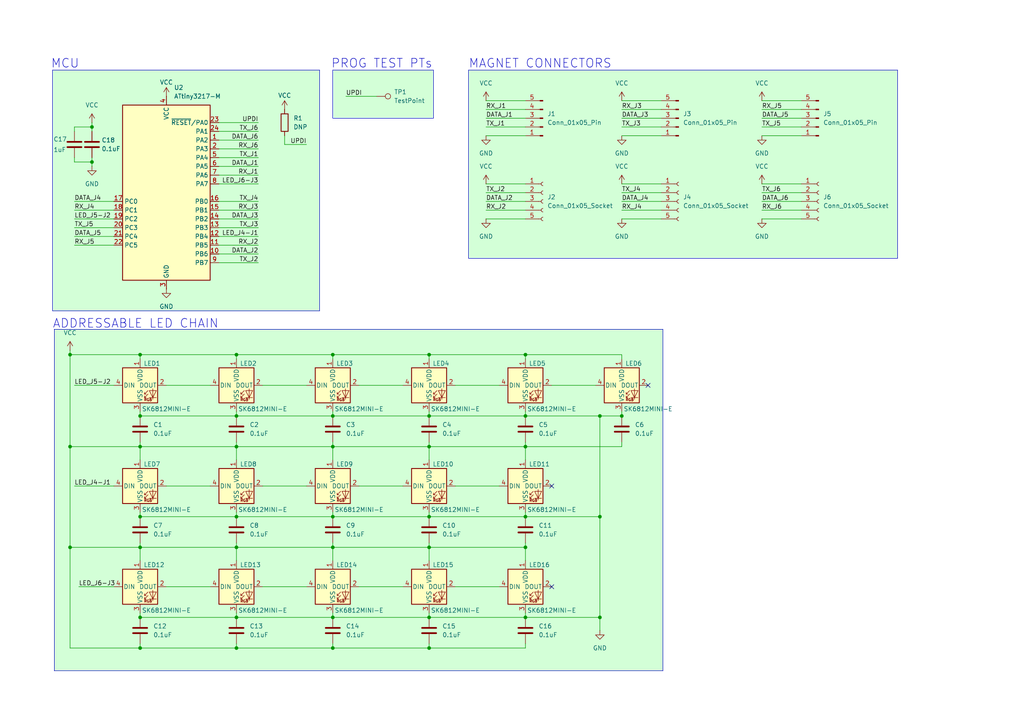
<source format=kicad_sch>
(kicad_sch (version 20231120) (generator "eeschema") (generator_version "8.0")
  (paper "A4")
  (title_block (title "PCB Tile Game") (rev "1.0"))
  (lib_symbols
    (symbol "Connector:Conn_01x05_Pin" (pin_names (offset 1.016) hide)
      (property "Reference" "J" (at 0 7.62 0))
      (property "Value" "Conn_01x05_Pin" (at 0 -7.62 0))
      (symbol "Conn_01x05_Pin_1_1"
        (polyline (pts (xy 1.27 -5.08) (xy 0.8636 -5.08)) (stroke (width 0.1524)))
        (polyline (pts (xy 1.27 -2.54) (xy 0.8636 -2.54)) (stroke (width 0.1524)))
        (polyline (pts (xy 1.27 0) (xy 0.8636 0)) (stroke (width 0.1524)))
        (polyline (pts (xy 1.27 2.54) (xy 0.8636 2.54)) (stroke (width 0.1524)))
        (polyline (pts (xy 1.27 5.08) (xy 0.8636 5.08)) (stroke (width 0.1524)))
        (rectangle (start 0.8636 -4.953) (end 0 -5.207) (stroke (width 0.1524)) (fill (type outline)))
        (rectangle (start 0.8636 -2.413) (end 0 -2.667) (stroke (width 0.1524)) (fill (type outline)))
        (rectangle (start 0.8636 0.127) (end 0 -0.127) (stroke (width 0.1524)) (fill (type outline)))
        (rectangle (start 0.8636 2.667) (end 0 2.413) (stroke (width 0.1524)) (fill (type outline)))
        (rectangle (start 0.8636 5.207) (end 0 4.953) (stroke (width 0.1524)) (fill (type outline)))
        (pin passive line (at 5.08 5.08 180) (length 3.81) (name "Pin_1") (number "1"))
        (pin passive line (at 5.08 2.54 180) (length 3.81) (name "Pin_2") (number "2"))
        (pin passive line (at 5.08 0 180) (length 3.81) (name "Pin_3") (number "3"))
        (pin passive line (at 5.08 -2.54 180) (length 3.81) (name "Pin_4") (number "4"))
        (pin passive line (at 5.08 -5.08 180) (length 3.81) (name "Pin_5") (number "5"))
      )
    )
    (symbol "Connector:Conn_01x05_Socket" (pin_names (offset 1.016) hide)
      (property "Reference" "J" (at 0 7.62 0))
      (property "Value" "Conn_01x05_Socket" (at 0 -7.62 0))
      (symbol "Conn_01x05_Socket_1_1"
        (arc (start 0 -4.572) (mid -0.5058 -5.08) (end 0 -5.588) (stroke (width 0.1524)))
        (arc (start 0 -2.032) (mid -0.5058 -2.54) (end 0 -3.048) (stroke (width 0.1524)))
        (polyline (pts (xy -1.27 -5.08) (xy -0.508 -5.08)) (stroke (width 0.1524)))
        (polyline (pts (xy -1.27 -2.54) (xy -0.508 -2.54)) (stroke (width 0.1524)))
        (polyline (pts (xy -1.27 0) (xy -0.508 0)) (stroke (width 0.1524)))
        (polyline (pts (xy -1.27 2.54) (xy -0.508 2.54)) (stroke (width 0.1524)))
        (polyline (pts (xy -1.27 5.08) (xy -0.508 5.08)) (stroke (width 0.1524)))
        (arc (start 0 0.508) (mid -0.5058 0) (end 0 -0.508) (stroke (width 0.1524)))
        (arc (start 0 3.048) (mid -0.5058 2.54) (end 0 2.032) (stroke (width 0.1524)))
        (arc (start 0 5.588) (mid -0.5058 5.08) (end 0 4.572) (stroke (width 0.1524)))
        (pin passive line (at -5.08 5.08 0) (length 3.81) (name "Pin_1") (number "1"))
        (pin passive line (at -5.08 2.54 0) (length 3.81) (name "Pin_2") (number "2"))
        (pin passive line (at -5.08 0 0) (length 3.81) (name "Pin_3") (number "3"))
        (pin passive line (at -5.08 -2.54 0) (length 3.81) (name "Pin_4") (number "4"))
        (pin passive line (at -5.08 -5.08 0) (length 3.81) (name "Pin_5") (number "5"))
      )
    )
    (symbol "Connector:TestPoint" (pin_numbers hide) (pin_names (offset 0.762) hide)
      (property "Reference" "TP" (at 0 6.858 0))
      (property "Value" "TestPoint" (at 0 5.08 0))
      (symbol "TestPoint_0_1"
        (circle (center 0 3.302) (radius 0.762))
      )
      (symbol "TestPoint_1_1"
        (pin passive line (at 0 0 90) (length 2.54) (name "1") (number "1"))
      )
    )
    (symbol "Device:C" (pin_numbers hide) (pin_names (offset 0.254))
      (property "Reference" "C" (at 0.635 2.54 0))
      (property "Value" "C" (at 0.635 -2.54 0))
      (symbol "C_0_1"
        (polyline (pts (xy -2.032 -0.762) (xy 2.032 -0.762)) (stroke (width 0.508)))
        (polyline (pts (xy -2.032 0.762) (xy 2.032 0.762)) (stroke (width 0.508)))
      )
      (symbol "C_1_1"
        (pin passive line (at 0 3.81 270) (length 2.794) (name "~") (number "1"))
        (pin passive line (at 0 -3.81 90) (length 2.794) (name "~") (number "2"))
      )
    )
    (symbol "Device:R" (pin_numbers hide) (pin_names (offset 0))
      (property "Reference" "R" (at 2.032 0 90))
      (property "Value" "R" (at 0 0 90))
      (symbol "R_0_1"
        (rectangle (start -1.016 -2.54) (end 1.016 2.54) (stroke (width 0.254)))
      )
      (symbol "R_1_1"
        (pin passive line (at 0 3.81 270) (length 1.27) (name "~") (number "1"))
        (pin passive line (at 0 -3.81 90) (length 1.27) (name "~") (number "2"))
      )
    )
    (symbol "MCU_Microchip_ATtiny:ATtiny3217-M"
      (property "Reference" "U" (at -12.7 26.67 0))
      (property "Value" "ATtiny3217-M" (at 2.54 -26.67 0))
      (symbol "ATtiny3217-M_0_1"
        (rectangle (start -12.7 -25.4) (end 12.7 25.4) (stroke (width 0.254)) (fill (type background)))
      )
      (symbol "ATtiny3217-M_1_1"
        (pin bidirectional line (at 15.24 15.24 180) (length 2.54) (name "PA2") (number "1"))
        (pin bidirectional line (at 15.24 -17.78 180) (length 2.54) (name "PB6") (number "10"))
        (pin bidirectional line (at 15.24 -15.24 180) (length 2.54) (name "PB5") (number "11"))
        (pin bidirectional line (at 15.24 -12.7 180) (length 2.54) (name "PB4") (number "12"))
        (pin bidirectional line (at 15.24 -10.16 180) (length 2.54) (name "PB3") (number "13"))
        (pin bidirectional line (at 15.24 -7.62 180) (length 2.54) (name "PB2") (number "14"))
        (pin bidirectional line (at 15.24 -5.08 180) (length 2.54) (name "PB1") (number "15"))
        (pin bidirectional line (at 15.24 -2.54 180) (length 2.54) (name "PB0") (number "16"))
        (pin bidirectional line (at -15.24 -2.54 0) (length 2.54) (name "PC0") (number "17"))
        (pin bidirectional line (at -15.24 -5.08 0) (length 2.54) (name "PC1") (number "18"))
        (pin bidirectional line (at -15.24 -7.62 0) (length 2.54) (name "PC2") (number "19"))
        (pin bidirectional line (at 15.24 12.7 180) (length 2.54) (name "PA3") (number "2"))
        (pin bidirectional line (at -15.24 -10.16 0) (length 2.54) (name "PC3") (number "20"))
        (pin bidirectional line (at -15.24 -12.7 0) (length 2.54) (name "PC4") (number "21"))
        (pin bidirectional line (at -15.24 -15.24 0) (length 2.54) (name "PC5") (number "22"))
        (pin bidirectional line (at 15.24 20.32 180) (length 2.54) (name "~{RESET}/PA0") (number "23"))
        (pin bidirectional line (at 15.24 17.78 180) (length 2.54) (name "PA1") (number "24"))
        (pin passive line (at 0 -27.94 90) (length 2.54) hide (name "GND") (number "25"))
        (pin power_in line (at 0 -27.94 90) (length 2.54) (name "GND") (number "3"))
        (pin power_in line (at 0 27.94 270) (length 2.54) (name "VCC") (number "4"))
        (pin bidirectional line (at 15.24 10.16 180) (length 2.54) (name "PA4") (number "5"))
        (pin bidirectional line (at 15.24 7.62 180) (length 2.54) (name "PA5") (number "6"))
        (pin bidirectional line (at 15.24 5.08 180) (length 2.54) (name "PA6") (number "7"))
        (pin bidirectional line (at 15.24 2.54 180) (length 2.54) (name "PA7") (number "8"))
        (pin bidirectional line (at 15.24 -20.32 180) (length 2.54) (name "PB7") (number "9"))
      )
    )
    (symbol "gupboard40-rescue:SK6812MINI-E-kicad-keyboard-parts" (pin_names (offset 0.254))
      (property "Reference" "D" (at 5.08 5.715 0))
      (property "Value" "kicad-keyboard-parts_SK6812MINI-E" (at 1.27 -5.715 0))
      (symbol "SK6812MINI-E-kicad-keyboard-parts_0_0"
        (text "RGB" (at 2.286 -4.191 0) (effects (font (size 0.762 0.762))))
      )
      (symbol "SK6812MINI-E-kicad-keyboard-parts_0_1"
        (polyline (pts (xy 1.27 -3.556) (xy 1.778 -3.556)))
        (polyline (pts (xy 1.27 -2.54) (xy 1.778 -2.54)))
        (polyline (pts (xy 4.699 -3.556) (xy 2.667 -3.556)))
        (polyline (pts (xy 2.286 -2.54) (xy 1.27 -3.556) (xy 1.27 -3.048)))
        (polyline (pts (xy 2.286 -1.524) (xy 1.27 -2.54) (xy 1.27 -2.032)))
        (polyline (pts (xy 3.683 -1.016) (xy 3.683 -3.556) (xy 3.683 -4.064)))
        (polyline (pts (xy 4.699 -1.524) (xy 2.667 -1.524) (xy 3.683 -3.556) (xy 4.699 -1.524)))
        (rectangle (start 5.08 5.08) (end -5.08 -5.08) (stroke (width 0.254)) (fill (type background)))
      )
      (symbol "SK6812MINI-E-kicad-keyboard-parts_1_1"
        (pin power_in line (at 0 7.62 270) (length 2.54) (name "VDD") (number "1"))
        (pin output line (at 7.62 0 180) (length 2.54) (name "DOUT") (number "2"))
        (pin power_in line (at 0 -7.62 90) (length 2.54) (name "VSS") (number "3"))
        (pin input line (at -7.62 0 0) (length 2.54) (name "DIN") (number "4"))
      )
    )
    (symbol "power:GND" (power) (pin_numbers hide) (pin_names (offset 0) hide)
      (property "Value" "GND" (at 0 -3.81 0))
      (symbol "GND_0_1"
        (polyline (pts (xy 0 0) (xy 0 -1.27) (xy 1.27 -1.27) (xy 0 -2.54) (xy -1.27 -1.27) (xy 0 -1.27)))
      )
      (symbol "GND_1_1"
        (pin power_in line (at 0 0 270) (length 0) (name "~") (number "1"))
      )
    )
    (symbol "power:VCC" (power) (pin_numbers hide) (pin_names (offset 0) hide)
      (property "Value" "VCC" (at 0 3.556 0))
      (symbol "VCC_0_1"
        (polyline (pts (xy -0.762 1.27) (xy 0 2.54)))
        (polyline (pts (xy 0 0) (xy 0 2.54)))
        (polyline (pts (xy 0 2.54) (xy 0.762 1.27)))
      )
      (symbol "VCC_1_1"
        (pin power_in line (at 0 0 90) (length 0) (name "~") (number "1"))
      )
    )
  )
  (junction (at 124.46 102.87))
  (junction (at 40.64 102.87))
  (junction (at 152.4 102.87))
  (junction (at 152.4 120.65))
  (junction (at 26.67 46.99))
  (junction (at 68.58 129.54))
  (junction (at 124.46 158.75))
  (junction (at 40.64 187.96))
  (junction (at 152.4 179.07))
  (junction (at 96.52 158.75))
  (junction (at 68.58 179.07))
  (junction (at 96.52 187.96))
  (junction (at 152.4 158.75))
  (junction (at 124.46 149.86))
  (junction (at 68.58 149.86))
  (junction (at 124.46 129.54))
  (junction (at 68.58 102.87))
  (junction (at 96.52 102.87))
  (junction (at 20.32 129.54))
  (junction (at 40.64 129.54))
  (junction (at 96.52 149.86))
  (junction (at 124.46 179.07))
  (junction (at 40.64 120.65))
  (junction (at 124.46 120.65))
  (junction (at 68.58 158.75))
  (junction (at 20.32 102.87))
  (junction (at 96.52 120.65))
  (junction (at 40.64 149.86))
  (junction (at 96.52 129.54))
  (junction (at 40.64 158.75))
  (junction (at 180.34 120.65))
  (junction (at 152.4 149.86))
  (junction (at 26.67 36.83))
  (junction (at 40.64 179.07))
  (junction (at 20.32 158.75))
  (junction (at 68.58 120.65))
  (junction (at 173.99 120.65))
  (junction (at 173.99 179.07))
  (junction (at 96.52 179.07))
  (junction (at 124.46 187.96))
  (junction (at 173.99 149.86))
  (junction (at 152.4 129.54))
  (junction (at 68.58 187.96))
  (no_connect (at 187.96 111.76))
  (no_connect (at 160.02 170.18))
  (no_connect (at 160.02 140.97))
  (wire (pts (xy 96.52 158.75) (xy 96.52 162.56)))
  (wire (pts (xy 40.64 129.54) (xy 68.58 129.54)))
  (wire (pts (xy 40.64 102.87) (xy 68.58 102.87)))
  (wire (pts (xy 180.34 34.29) (xy 191.77 34.29)))
  (wire (pts (xy 26.67 48.26) (xy 26.67 46.99)))
  (wire (pts (xy 68.58 119.38) (xy 68.58 120.65)))
  (wire (pts (xy 63.5 63.5) (xy 74.93 63.5)))
  (wire (pts (xy 63.5 40.64) (xy 74.93 40.64)))
  (wire (pts (xy 152.4 187.96) (xy 152.4 186.69)))
  (wire (pts (xy 124.46 177.8) (xy 124.46 179.07)))
  (wire (pts (xy 140.97 36.83) (xy 152.4 36.83)))
  (wire (pts (xy 40.64 157.48) (xy 40.64 158.75)))
  (wire (pts (xy 124.46 119.38) (xy 124.46 120.65)))
  (wire (pts (xy 180.34 102.87) (xy 180.34 104.14)))
  (wire (pts (xy 40.64 187.96) (xy 68.58 187.96)))
  (wire (pts (xy 21.59 66.04) (xy 33.02 66.04)))
  (wire (pts (xy 48.26 140.97) (xy 60.96 140.97)))
  (wire (pts (xy 124.46 102.87) (xy 152.4 102.87)))
  (wire (pts (xy 40.64 120.65) (xy 68.58 120.65)))
  (wire (pts (xy 96.52 177.8) (xy 96.52 179.07)))
  (wire (pts (xy 20.32 102.87) (xy 40.64 102.87)))
  (wire (pts (xy 63.5 53.34) (xy 74.93 53.34)))
  (wire (pts (xy 21.59 63.5) (xy 33.02 63.5)))
  (wire (pts (xy 124.46 128.27) (xy 124.46 129.54)))
  (wire (pts (xy 124.46 179.07) (xy 152.4 179.07)))
  (wire (pts (xy 20.32 158.75) (xy 20.32 129.54)))
  (wire (pts (xy 63.5 58.42) (xy 74.93 58.42)))
  (wire (pts (xy 68.58 129.54) (xy 96.52 129.54)))
  (wire (pts (xy 40.64 120.65) (xy 40.64 119.38)))
  (wire (pts (xy 63.5 43.18) (xy 74.93 43.18)))
  (wire (pts (xy 63.5 60.96) (xy 74.93 60.96)))
  (wire (pts (xy 21.59 36.83) (xy 21.59 38.1)))
  (wire (pts (xy 96.52 129.54) (xy 124.46 129.54)))
  (wire (pts (xy 140.97 53.34) (xy 152.4 53.34)))
  (wire (pts (xy 68.58 148.59) (xy 68.58 149.86)))
  (wire (pts (xy 63.5 48.26) (xy 74.93 48.26)))
  (wire (pts (xy 40.64 129.54) (xy 40.64 133.35)))
  (wire (pts (xy 180.34 129.54) (xy 180.34 128.27)))
  (wire (pts (xy 63.5 45.72) (xy 74.93 45.72)))
  (wire (pts (xy 40.64 179.07) (xy 68.58 179.07)))
  (wire (pts (xy 173.99 149.86) (xy 173.99 179.07)))
  (wire (pts (xy 20.32 187.96) (xy 40.64 187.96)))
  (wire (pts (xy 124.46 187.96) (xy 124.46 186.69)))
  (wire (pts (xy 152.4 120.65) (xy 173.99 120.65)))
  (wire (pts (xy 152.4 129.54) (xy 180.34 129.54)))
  (wire (pts (xy 63.5 73.66) (xy 74.93 73.66)))
  (wire (pts (xy 21.59 60.96) (xy 33.02 60.96)))
  (wire (pts (xy 96.52 120.65) (xy 124.46 120.65)))
  (wire (pts (xy 96.52 179.07) (xy 124.46 179.07)))
  (wire (pts (xy 40.64 158.75) (xy 68.58 158.75)))
  (wire (pts (xy 152.4 148.59) (xy 152.4 149.86)))
  (wire (pts (xy 220.98 34.29) (xy 232.41 34.29)))
  (wire (pts (xy 140.97 31.75) (xy 152.4 31.75)))
  (wire (pts (xy 140.97 55.88) (xy 152.4 55.88)))
  (wire (pts (xy 124.46 187.96) (xy 152.4 187.96)))
  (wire (pts (xy 124.46 129.54) (xy 124.46 133.35)))
  (wire (pts (xy 180.34 36.83) (xy 191.77 36.83)))
  (wire (pts (xy 21.59 71.12) (xy 33.02 71.12)))
  (wire (pts (xy 21.59 36.83) (xy 26.67 36.83)))
  (wire (pts (xy 96.52 102.87) (xy 96.52 104.14)))
  (wire (pts (xy 104.14 140.97) (xy 116.84 140.97)))
  (wire (pts (xy 160.02 111.76) (xy 172.72 111.76)))
  (wire (pts (xy 26.67 46.99) (xy 21.59 46.99)))
  (wire (pts (xy 100.33 27.94) (xy 109.22 27.94)))
  (wire (pts (xy 124.46 120.65) (xy 152.4 120.65)))
  (wire (pts (xy 68.58 179.07) (xy 96.52 179.07)))
  (wire (pts (xy 124.46 129.54) (xy 152.4 129.54)))
  (wire (pts (xy 40.64 129.54) (xy 20.32 129.54)))
  (wire (pts (xy 26.67 46.99) (xy 26.67 45.72)))
  (wire (pts (xy 63.5 76.2) (xy 74.93 76.2)))
  (wire (pts (xy 220.98 31.75) (xy 232.41 31.75)))
  (wire (pts (xy 68.58 102.87) (xy 68.58 104.14)))
  (wire (pts (xy 68.58 102.87) (xy 96.52 102.87)))
  (wire (pts (xy 152.4 179.07) (xy 173.99 179.07)))
  (wire (pts (xy 48.26 170.18) (xy 60.96 170.18)))
  (wire (pts (xy 124.46 102.87) (xy 124.46 104.14)))
  (wire (pts (xy 21.59 111.76) (xy 33.02 111.76)))
  (wire (pts (xy 220.98 29.21) (xy 232.41 29.21)))
  (wire (pts (xy 104.14 111.76) (xy 116.84 111.76)))
  (wire (pts (xy 21.59 68.58) (xy 33.02 68.58)))
  (wire (pts (xy 40.64 158.75) (xy 40.64 162.56)))
  (wire (pts (xy 68.58 120.65) (xy 96.52 120.65)))
  (wire (pts (xy 22.86 170.18) (xy 33.02 170.18)))
  (wire (pts (xy 96.52 158.75) (xy 96.52 157.48)))
  (wire (pts (xy 68.58 158.75) (xy 68.58 157.48)))
  (wire (pts (xy 124.46 158.75) (xy 124.46 157.48)))
  (wire (pts (xy 96.52 158.75) (xy 124.46 158.75)))
  (wire (pts (xy 76.2 111.76) (xy 88.9 111.76)))
  (wire (pts (xy 140.97 39.37) (xy 152.4 39.37)))
  (wire (pts (xy 76.2 140.97) (xy 88.9 140.97)))
  (wire (pts (xy 140.97 58.42) (xy 152.4 58.42)))
  (wire (pts (xy 21.59 58.42) (xy 33.02 58.42)))
  (wire (pts (xy 68.58 187.96) (xy 96.52 187.96)))
  (wire (pts (xy 180.34 119.38) (xy 180.34 120.65)))
  (wire (pts (xy 40.64 148.59) (xy 40.64 149.86)))
  (wire (pts (xy 124.46 148.59) (xy 124.46 149.86)))
  (wire (pts (xy 20.32 102.87) (xy 20.32 129.54)))
  (wire (pts (xy 180.34 60.96) (xy 191.77 60.96)))
  (wire (pts (xy 180.34 63.5) (xy 191.77 63.5)))
  (wire (pts (xy 152.4 177.8) (xy 152.4 179.07)))
  (wire (pts (xy 173.99 120.65) (xy 180.34 120.65)))
  (wire (pts (xy 152.4 158.75) (xy 152.4 162.56)))
  (wire (pts (xy 68.58 158.75) (xy 96.52 158.75)))
  (wire (pts (xy 140.97 60.96) (xy 152.4 60.96)))
  (wire (pts (xy 96.52 129.54) (xy 96.52 133.35)))
  (wire (pts (xy 180.34 39.37) (xy 191.77 39.37)))
  (wire (pts (xy 20.32 102.87) (xy 20.32 101.6)))
  (wire (pts (xy 96.52 128.27) (xy 96.52 129.54)))
  (wire (pts (xy 40.64 187.96) (xy 40.64 186.69)))
  (wire (pts (xy 220.98 63.5) (xy 232.41 63.5)))
  (wire (pts (xy 180.34 53.34) (xy 191.77 53.34)))
  (wire (pts (xy 40.64 158.75) (xy 20.32 158.75)))
  (wire (pts (xy 63.5 68.58) (xy 74.93 68.58)))
  (wire (pts (xy 152.4 149.86) (xy 173.99 149.86)))
  (wire (pts (xy 48.26 111.76) (xy 60.96 111.76)))
  (wire (pts (xy 40.64 149.86) (xy 68.58 149.86)))
  (wire (pts (xy 124.46 158.75) (xy 152.4 158.75)))
  (wire (pts (xy 140.97 34.29) (xy 152.4 34.29)))
  (wire (pts (xy 63.5 71.12) (xy 74.93 71.12)))
  (wire (pts (xy 152.4 158.75) (xy 152.4 157.48)))
  (wire (pts (xy 40.64 128.27) (xy 40.64 129.54)))
  (wire (pts (xy 96.52 149.86) (xy 124.46 149.86)))
  (wire (pts (xy 68.58 128.27) (xy 68.58 129.54)))
  (wire (pts (xy 220.98 36.83) (xy 232.41 36.83)))
  (wire (pts (xy 220.98 53.34) (xy 232.41 53.34)))
  (wire (pts (xy 180.34 31.75) (xy 191.77 31.75)))
  (wire (pts (xy 220.98 60.96) (xy 232.41 60.96)))
  (wire (pts (xy 124.46 149.86) (xy 152.4 149.86)))
  (wire (pts (xy 68.58 158.75) (xy 68.58 162.56)))
  (wire (pts (xy 220.98 39.37) (xy 232.41 39.37)))
  (wire (pts (xy 40.64 177.8) (xy 40.64 179.07)))
  (wire (pts (xy 68.58 129.54) (xy 68.58 133.35)))
  (wire (pts (xy 104.14 170.18) (xy 116.84 170.18)))
  (wire (pts (xy 68.58 177.8) (xy 68.58 179.07)))
  (wire (pts (xy 220.98 58.42) (xy 232.41 58.42)))
  (wire (pts (xy 63.5 35.56) (xy 74.93 35.56)))
  (wire (pts (xy 20.32 158.75) (xy 20.32 187.96)))
  (wire (pts (xy 96.52 102.87) (xy 124.46 102.87)))
  (wire (pts (xy 63.5 66.04) (xy 74.93 66.04)))
  (wire (pts (xy 76.2 170.18) (xy 88.9 170.18)))
  (wire (pts (xy 152.4 129.54) (xy 152.4 133.35)))
  (wire (pts (xy 152.4 119.38) (xy 152.4 120.65)))
  (wire (pts (xy 40.64 102.87) (xy 40.64 104.14)))
  (wire (pts (xy 124.46 162.56) (xy 124.46 158.75)))
  (wire (pts (xy 152.4 128.27) (xy 152.4 129.54)))
  (wire (pts (xy 26.67 35.56) (xy 26.67 36.83)))
  (wire (pts (xy 96.52 148.59) (xy 96.52 149.86)))
  (wire (pts (xy 96.52 119.38) (xy 96.52 120.65)))
  (wire (pts (xy 180.34 55.88) (xy 191.77 55.88)))
  (wire (pts (xy 63.5 50.8) (xy 74.93 50.8)))
  (wire (pts (xy 173.99 149.86) (xy 173.99 120.65)))
  (wire (pts (xy 180.34 58.42) (xy 191.77 58.42)))
  (wire (pts (xy 74.93 38.1) (xy 63.5 38.1)))
  (wire (pts (xy 68.58 149.86) (xy 96.52 149.86)))
  (wire (pts (xy 21.59 140.97) (xy 33.02 140.97)))
  (wire (pts (xy 96.52 187.96) (xy 124.46 187.96)))
  (wire (pts (xy 82.55 41.91) (xy 82.55 39.37)))
  (wire (pts (xy 132.08 170.18) (xy 144.78 170.18)))
  (wire (pts (xy 220.98 55.88) (xy 232.41 55.88)))
  (wire (pts (xy 88.9 41.91) (xy 82.55 41.91)))
  (wire (pts (xy 180.34 29.21) (xy 191.77 29.21)))
  (wire (pts (xy 152.4 102.87) (xy 180.34 102.87)))
  (wire (pts (xy 21.59 46.99) (xy 21.59 45.72)))
  (wire (pts (xy 26.67 36.83) (xy 26.67 38.1)))
  (wire (pts (xy 132.08 111.76) (xy 144.78 111.76)))
  (wire (pts (xy 132.08 140.97) (xy 144.78 140.97)))
  (wire (pts (xy 68.58 187.96) (xy 68.58 186.69)))
  (wire (pts (xy 173.99 179.07) (xy 173.99 182.88)))
  (wire (pts (xy 140.97 63.5) (xy 152.4 63.5)))
  (wire (pts (xy 152.4 102.87) (xy 152.4 104.14)))
  (wire (pts (xy 96.52 187.96) (xy 96.52 186.69)))
  (wire (pts (xy 140.97 29.21) (xy 152.4 29.21)))
  (rectangle (start 15.748 95.504) (end 192.278 194.564) (fill (type color) (color 211 255 215 1)))
  (rectangle (start 15.24 20.32) (end 92.71 90.17) (fill (type color) (color 211 255 215 1)))
  (rectangle (start 135.89 20.32) (end 260.35 74.93) (fill (type color) (color 211 255 215 1)))
  (rectangle (start 96.52 20.32) (end 125.73 34.29) (fill (type color) (color 211 255 215 1)))
  (text "PROG TEST PTs" (at 96.012 18.542 0) (effects (font (size 2.54 2.54)) (justify left)))
  (text "MCU" (at 14.732 18.542 0) (effects (font (size 2.54 2.54)) (justify left)))
  (text "ADDRESSABLE LED CHAIN" (at 15.24 93.98 0) (effects (font (size 2.54 2.54)) (justify left)))
  (text "MAGNET CONNECTORS" (at 135.89 18.542 0) (effects (font (size 2.54 2.54)) (justify left)))
  (label "RX_J1" (at 140.97 31.75 0))
  (label "TX_J5" (at 21.59 66.04 0))
  (label "RX_J3" (at 74.93 60.96 180))
  (label "DATA_J4" (at 21.59 58.42 0))
  (label "TX_J1" (at 74.93 45.72 180))
  (label "UPDI" (at 74.93 35.56 180))
  (label "RX_J6" (at 74.93 43.18 180))
  (label "DATA_J5" (at 220.98 34.29 0))
  (label "LED_J4-J1" (at 21.59 140.97 0))
  (label "TX_J6" (at 74.93 38.1 180))
  (label "DATA_J5" (at 21.59 68.58 0))
  (label "RX_J6" (at 220.98 60.96 0))
  (label "RX_J5" (at 21.59 71.12 0))
  (label "DATA_J1" (at 74.93 48.26 180))
  (label "LED_J6-J3" (at 74.93 53.34 180))
  (label "DATA_J2" (at 74.93 73.66 180))
  (label "UPDI" (at 88.9 41.91 180))
  (label "DATA_J3" (at 180.34 34.29 0))
  (label "DATA_J4" (at 180.34 58.42 0))
  (label "RX_J4" (at 21.59 60.96 0))
  (label "DATA_J1" (at 140.97 34.29 0))
  (label "RX_J2" (at 140.97 60.96 0))
  (label "LED_J6-J3" (at 22.86 170.18 0))
  (label "DATA_J2" (at 140.97 58.42 0))
  (label "LED_J5-J2" (at 21.59 63.5 0))
  (label "RX_J4" (at 180.34 60.96 0))
  (label "DATA_J6" (at 220.98 58.42 0))
  (label "RX_J2" (at 74.93 71.12 180))
  (label "LED_J5-J2" (at 21.59 111.76 0))
  (label "TX_J1" (at 140.97 36.83 0))
  (label "TX_J4" (at 180.34 55.88 0))
  (label "TX_J3" (at 180.34 36.83 0))
  (label "RX_J3" (at 180.34 31.75 0))
  (label "TX_J2" (at 140.97 55.88 0))
  (label "RX_J1" (at 74.93 50.8 180))
  (label "LED_J4-J1" (at 74.93 68.58 180))
  (label "TX_J2" (at 74.93 76.2 180))
  (label "TX_J6" (at 220.98 55.88 0))
  (label "TX_J3" (at 74.93 66.04 180))
  (label "UPDI" (at 100.33 27.94 0))
  (label "DATA_J3" (at 74.93 63.5 180))
  (label "TX_J5" (at 220.98 36.83 0))
  (label "TX_J4" (at 74.93 58.42 180))
  (label "RX_J5" (at 220.98 31.75 0))
  (label "DATA_J6" (at 74.93 40.64 180))
  (symbol (lib_id "Connector:TestPoint") (at 109.22 27.94 270) (unit 1)
    (property "Reference" "TP1" (at 114.3 26.6699 90) (effects (justify left)))
    (property "Value" "TestPoint" (at 114.3 29.2099 90) (effects (justify left)))
    (property "Footprint" "TestPoint:TestPoint_Pad_2.0x2.0mm" (effects (hide yes)))
    (property "Description" "test point" (effects (hide yes)))
  )
  (symbol (lib_id "power:GND") (at 140.97 63.5 0) (unit 1)
    (property "Reference" "#PWR04" (effects (hide yes)))
    (property "Value" "GND" (at 140.97 68.58 0))
    (property "Description" "Power symbol creates a global label with name \"GND\" , ground" (effects (hide yes)))
  )
  (symbol (lib_id "power:VCC") (at 26.67 35.56 0) (unit 1)
    (property "Reference" "#PWR015" (effects (hide yes)))
    (property "Value" "VCC" (at 26.67 30.48 0))
    (property "Description" "Power symbol creates a global label with name \"VCC\"" (effects (hide yes)))
  )
  (symbol (lib_id "power:GND") (at 140.97 39.37 0) (unit 1)
    (property "Reference" "#PWR02" (effects (hide yes)))
    (property "Value" "GND" (at 140.97 44.45 0))
    (property "Description" "Power symbol creates a global label with name \"GND\" , ground" (effects (hide yes)))
  )
  (symbol (lib_id "gupboard40-rescue:SK6812MINI-E-kicad-keyboard-parts") (at 68.58 140.97 0) (unit 1)
    (property "Reference" "LED8" (at 69.596 134.62 0) (effects (justify left)))
    (property "Value" "SK6812MINI-E" (at 69.088 147.828 0) (effects (justify left)))
    (property "Footprint" "kicad-keyboard-parts:SK6812MINI-E" (effects (hide yes)))
    (property "Datasheet" "https://cdn-shop.adafruit.com/product-files/2686/SK6812MINI_REV.01-1-2.pdf" (effects (hide yes)))
    (property "DigiKey Part Number" "1528-4960-ND" (effects (hide yes)))
  )
  (symbol (lib_id "power:VCC") (at 220.98 29.21 0) (unit 1)
    (property "Reference" "#PWR09" (effects (hide yes)))
    (property "Value" "VCC" (at 220.98 24.13 0))
    (property "Description" "Power symbol creates a global label with name \"VCC\"" (effects (hide yes)))
  )
  (symbol (lib_id "Device:C") (at 40.64 124.46 0) (unit 1)
    (property "Reference" "C1" (at 44.45 123.1899 0) (effects (justify left)))
    (property "Value" "0.1uF" (at 44.45 125.7299 0) (effects (justify left)))
    (property "Footprint" "Capacitor_SMD:C_0603_1608Metric_Pad1.08x0.95mm_HandSolder" (effects (hide yes)))
    (property "Description" "Unpolarized capacitor" (effects (hide yes)))
  )
  (symbol (lib_id "power:VCC") (at 180.34 29.21 0) (unit 1)
    (property "Reference" "#PWR05" (effects (hide yes)))
    (property "Value" "VCC" (at 180.34 24.13 0))
    (property "Description" "Power symbol creates a global label with name \"VCC\"" (effects (hide yes)))
  )
  (symbol (lib_id "Device:C") (at 152.4 153.67 0) (unit 1)
    (property "Reference" "C11" (at 156.21 152.3999 0) (effects (justify left)))
    (property "Value" "0.1uF" (at 156.21 154.9399 0) (effects (justify left)))
    (property "Footprint" "Capacitor_SMD:C_0603_1608Metric_Pad1.08x0.95mm_HandSolder" (effects (hide yes)))
    (property "Description" "Unpolarized capacitor" (effects (hide yes)))
  )
  (symbol (lib_id "power:GND") (at 180.34 63.5 0) (unit 1)
    (property "Reference" "#PWR08" (effects (hide yes)))
    (property "Value" "GND" (at 180.34 68.58 0))
    (property "Description" "Power symbol creates a global label with name \"GND\" , ground" (effects (hide yes)))
  )
  (symbol (lib_id "Device:C") (at 68.58 153.67 0) (unit 1)
    (property "Reference" "C8" (at 72.39 152.3999 0) (effects (justify left)))
    (property "Value" "0.1uF" (at 72.39 154.9399 0) (effects (justify left)))
    (property "Footprint" "Capacitor_SMD:C_0603_1608Metric_Pad1.08x0.95mm_HandSolder" (effects (hide yes)))
    (property "Description" "Unpolarized capacitor" (effects (hide yes)))
  )
  (symbol (lib_id "Connector:Conn_01x05_Socket") (at 157.48 58.42 0) (unit 1)
    (property "Reference" "J2" (at 158.75 57.1499 0) (effects (justify left)))
    (property "Value" "Conn_01x05_Socket" (at 158.75 59.6899 0) (effects (justify left)))
    (property "Footprint" "ProjectLibrary:PinSocket_1x05_P2.54mm_Vertical" (effects (hide yes)))
    (property "Description" "Generic connector, single row, 01x05, script generated" (effects (hide yes)))
  )
  (symbol (lib_id "gupboard40-rescue:SK6812MINI-E-kicad-keyboard-parts") (at 96.52 111.76 0) (unit 1)
    (property "Reference" "LED3" (at 97.536 105.41 0) (effects (justify left)))
    (property "Value" "SK6812MINI-E" (at 97.028 118.618 0) (effects (justify left)))
    (property "Footprint" "kicad-keyboard-parts:SK6812MINI-E" (effects (hide yes)))
    (property "Datasheet" "https://cdn-shop.adafruit.com/product-files/2686/SK6812MINI_REV.01-1-2.pdf" (effects (hide yes)))
    (property "DigiKey Part Number" "1528-4960-ND" (effects (hide yes)))
  )
  (symbol (lib_id "Device:C") (at 21.59 41.91 0) (unit 1)
    (property "Reference" "C17" (at 15.494 40.386 0) (effects (justify left)))
    (property "Value" "1uF" (at 15.494 43.434 0) (effects (justify left)))
    (property "Footprint" "Capacitor_SMD:C_0603_1608Metric_Pad1.08x0.95mm_HandSolder" (effects (hide yes)))
    (property "Description" "Unpolarized capacitor" (effects (hide yes)))
  )
  (symbol (lib_id "gupboard40-rescue:SK6812MINI-E-kicad-keyboard-parts") (at 68.58 111.76 0) (unit 1)
    (property "Reference" "LED2" (at 69.596 105.41 0) (effects (justify left)))
    (property "Value" "SK6812MINI-E" (at 69.088 118.618 0) (effects (justify left)))
    (property "Footprint" "kicad-keyboard-parts:SK6812MINI-E" (effects (hide yes)))
    (property "Datasheet" "https://cdn-shop.adafruit.com/product-files/2686/SK6812MINI_REV.01-1-2.pdf" (effects (hide yes)))
    (property "DigiKey Part Number" "1528-4960-ND" (effects (hide yes)))
  )
  (symbol (lib_id "gupboard40-rescue:SK6812MINI-E-kicad-keyboard-parts") (at 180.34 111.76 0) (unit 1)
    (property "Reference" "LED6" (at 181.356 105.41 0) (effects (justify left)))
    (property "Value" "SK6812MINI-E" (at 180.848 118.618 0) (effects (justify left)))
    (property "Footprint" "kicad-keyboard-parts:SK6812MINI-E" (effects (hide yes)))
    (property "Datasheet" "https://cdn-shop.adafruit.com/product-files/2686/SK6812MINI_REV.01-1-2.pdf" (effects (hide yes)))
    (property "DigiKey Part Number" "1528-4960-ND" (effects (hide yes)))
  )
  (symbol (lib_id "power:GND") (at 173.99 182.88 0) (unit 1)
    (property "Reference" "#PWR019" (effects (hide yes)))
    (property "Value" "GND" (at 173.99 187.96 0))
    (property "Description" "Power symbol creates a global label with name \"GND\" , ground" (effects (hide yes)))
  )
  (symbol (lib_id "power:GND") (at 220.98 63.5 0) (unit 1)
    (property "Reference" "#PWR012" (effects (hide yes)))
    (property "Value" "GND" (at 220.98 68.58 0))
    (property "Description" "Power symbol creates a global label with name \"GND\" , ground" (effects (hide yes)))
  )
  (symbol (lib_id "gupboard40-rescue:SK6812MINI-E-kicad-keyboard-parts") (at 40.64 140.97 0) (unit 1)
    (property "Reference" "LED7" (at 41.656 134.62 0) (effects (justify left)))
    (property "Value" "SK6812MINI-E" (at 41.148 147.828 0) (effects (justify left)))
    (property "Footprint" "kicad-keyboard-parts:SK6812MINI-E" (effects (hide yes)))
    (property "Datasheet" "https://cdn-shop.adafruit.com/product-files/2686/SK6812MINI_REV.01-1-2.pdf" (effects (hide yes)))
    (property "DigiKey Part Number" "1528-4960-ND" (effects (hide yes)))
  )
  (symbol (lib_id "gupboard40-rescue:SK6812MINI-E-kicad-keyboard-parts") (at 40.64 111.76 0) (unit 1)
    (property "Reference" "LED1" (at 41.656 105.41 0) (effects (justify left)))
    (property "Value" "SK6812MINI-E" (at 41.148 118.618 0) (effects (justify left)))
    (property "Footprint" "kicad-keyboard-parts:SK6812MINI-E" (effects (hide yes)))
    (property "Datasheet" "https://cdn-shop.adafruit.com/product-files/2686/SK6812MINI_REV.01-1-2.pdf" (effects (hide yes)))
    (property "DigiKey Part Number" "1528-4960-ND" (effects (hide yes)))
  )
  (symbol (lib_id "power:VCC") (at 48.26 27.94 0) (unit 1)
    (property "Reference" "#PWR013" (effects (hide yes)))
    (property "Value" "VCC" (at 48.26 23.876 0))
    (property "Description" "Power symbol creates a global label with name \"VCC\"" (effects (hide yes)))
  )
  (symbol (lib_id "power:VCC") (at 20.32 101.6 0) (unit 1)
    (property "Reference" "#PWR020" (effects (hide yes)))
    (property "Value" "VCC" (at 20.32 96.52 0))
    (property "Description" "Power symbol creates a global label with name \"VCC\"" (effects (hide yes)))
  )
  (symbol (lib_id "Device:C") (at 152.4 124.46 0) (unit 1)
    (property "Reference" "C5" (at 156.21 123.1899 0) (effects (justify left)))
    (property "Value" "0.1uF" (at 156.21 125.7299 0) (effects (justify left)))
    (property "Footprint" "Capacitor_SMD:C_0603_1608Metric_Pad1.08x0.95mm_HandSolder" (effects (hide yes)))
    (property "Description" "Unpolarized capacitor" (effects (hide yes)))
  )
  (symbol (lib_id "Device:C") (at 124.46 153.67 0) (unit 1)
    (property "Reference" "C10" (at 128.27 152.3999 0) (effects (justify left)))
    (property "Value" "0.1uF" (at 128.27 154.9399 0) (effects (justify left)))
    (property "Footprint" "Capacitor_SMD:C_0603_1608Metric_Pad1.08x0.95mm_HandSolder" (effects (hide yes)))
    (property "Description" "Unpolarized capacitor" (effects (hide yes)))
  )
  (symbol (lib_id "Connector:Conn_01x05_Pin") (at 237.49 34.29 180) (unit 1)
    (property "Reference" "J5" (at 238.76 33.0199 0) (effects (justify right)))
    (property "Value" "Conn_01x05_Pin" (at 238.76 35.5599 0) (effects (justify right)))
    (property "Footprint" "ProjectLibrary:PinHeader_1x05_P2.54mm_Vertical" (effects (hide yes)))
    (property "Description" "Generic connector, single row, 01x05, script generated" (effects (hide yes)))
  )
  (symbol (lib_id "gupboard40-rescue:SK6812MINI-E-kicad-keyboard-parts") (at 124.46 170.18 0) (unit 1)
    (property "Reference" "LED15" (at 125.476 163.83 0) (effects (justify left)))
    (property "Value" "SK6812MINI-E" (at 124.968 177.038 0) (effects (justify left)))
    (property "Footprint" "kicad-keyboard-parts:SK6812MINI-E" (effects (hide yes)))
    (property "Datasheet" "https://cdn-shop.adafruit.com/product-files/2686/SK6812MINI_REV.01-1-2.pdf" (effects (hide yes)))
    (property "DigiKey Part Number" "1528-4960-ND" (effects (hide yes)))
  )
  (symbol (lib_id "gupboard40-rescue:SK6812MINI-E-kicad-keyboard-parts") (at 68.58 170.18 0) (unit 1)
    (property "Reference" "LED13" (at 69.596 163.83 0) (effects (justify left)))
    (property "Value" "SK6812MINI-E" (at 69.088 177.038 0) (effects (justify left)))
    (property "Footprint" "kicad-keyboard-parts:SK6812MINI-E" (effects (hide yes)))
    (property "Datasheet" "https://cdn-shop.adafruit.com/product-files/2686/SK6812MINI_REV.01-1-2.pdf" (effects (hide yes)))
    (property "DigiKey Part Number" "1528-4960-ND" (effects (hide yes)))
  )
  (symbol (lib_id "power:GND") (at 220.98 39.37 0) (unit 1)
    (property "Reference" "#PWR010" (effects (hide yes)))
    (property "Value" "GND" (at 220.98 44.45 0))
    (property "Description" "Power symbol creates a global label with name \"GND\" , ground" (effects (hide yes)))
  )
  (symbol (lib_id "power:GND") (at 48.26 83.82 0) (unit 1)
    (property "Reference" "#PWR014" (effects (hide yes)))
    (property "Value" "GND" (at 48.26 88.9 0))
    (property "Description" "Power symbol creates a global label with name \"GND\" , ground" (effects (hide yes)))
  )
  (symbol (lib_id "Device:C") (at 96.52 182.88 0) (unit 1)
    (property "Reference" "C14" (at 100.33 181.6099 0) (effects (justify left)))
    (property "Value" "0.1uF" (at 100.33 184.1499 0) (effects (justify left)))
    (property "Footprint" "Capacitor_SMD:C_0603_1608Metric_Pad1.08x0.95mm_HandSolder" (effects (hide yes)))
    (property "Description" "Unpolarized capacitor" (effects (hide yes)))
  )
  (symbol (lib_id "Connector:Conn_01x05_Socket") (at 196.85 58.42 0) (unit 1)
    (property "Reference" "J4" (at 198.12 57.1499 0) (effects (justify left)))
    (property "Value" "Conn_01x05_Socket" (at 198.12 59.6899 0) (effects (justify left)))
    (property "Footprint" "ProjectLibrary:PinSocket_1x05_P2.54mm_Vertical" (effects (hide yes)))
    (property "Description" "Generic connector, single row, 01x05, script generated" (effects (hide yes)))
  )
  (symbol (lib_id "gupboard40-rescue:SK6812MINI-E-kicad-keyboard-parts") (at 152.4 170.18 0) (unit 1)
    (property "Reference" "LED16" (at 153.416 163.83 0) (effects (justify left)))
    (property "Value" "SK6812MINI-E" (at 152.908 177.038 0) (effects (justify left)))
    (property "Footprint" "kicad-keyboard-parts:SK6812MINI-E" (effects (hide yes)))
    (property "Datasheet" "https://cdn-shop.adafruit.com/product-files/2686/SK6812MINI_REV.01-1-2.pdf" (effects (hide yes)))
    (property "DigiKey Part Number" "1528-4960-ND" (effects (hide yes)))
  )
  (symbol (lib_id "Device:C") (at 96.52 124.46 0) (unit 1)
    (property "Reference" "C3" (at 100.33 123.1899 0) (effects (justify left)))
    (property "Value" "0.1uF" (at 100.33 125.7299 0) (effects (justify left)))
    (property "Footprint" "Capacitor_SMD:C_0603_1608Metric_Pad1.08x0.95mm_HandSolder" (effects (hide yes)))
    (property "Description" "Unpolarized capacitor" (effects (hide yes)))
  )
  (symbol (lib_id "power:VCC") (at 220.98 53.34 0) (unit 1)
    (property "Reference" "#PWR011" (effects (hide yes)))
    (property "Value" "VCC" (at 220.98 48.26 0))
    (property "Description" "Power symbol creates a global label with name \"VCC\"" (effects (hide yes)))
  )
  (symbol (lib_id "Connector:Conn_01x05_Socket") (at 237.49 58.42 0) (unit 1)
    (property "Reference" "J6" (at 238.76 57.1499 0) (effects (justify left)))
    (property "Value" "Conn_01x05_Socket" (at 238.76 59.6899 0) (effects (justify left)))
    (property "Footprint" "ProjectLibrary:PinSocket_1x05_P2.54mm_Vertical" (effects (hide yes)))
    (property "Description" "Generic connector, single row, 01x05, script generated" (effects (hide yes)))
  )
  (symbol (lib_id "power:VCC") (at 140.97 53.34 0) (unit 1)
    (property "Reference" "#PWR03" (effects (hide yes)))
    (property "Value" "VCC" (at 140.97 48.26 0))
    (property "Description" "Power symbol creates a global label with name \"VCC\"" (effects (hide yes)))
  )
  (symbol (lib_id "gupboard40-rescue:SK6812MINI-E-kicad-keyboard-parts") (at 40.64 170.18 0) (unit 1)
    (property "Reference" "LED12" (at 41.656 163.83 0) (effects (justify left)))
    (property "Value" "SK6812MINI-E" (at 41.148 177.038 0) (effects (justify left)))
    (property "Footprint" "kicad-keyboard-parts:SK6812MINI-E" (effects (hide yes)))
    (property "Datasheet" "https://cdn-shop.adafruit.com/product-files/2686/SK6812MINI_REV.01-1-2.pdf" (effects (hide yes)))
    (property "DigiKey Part Number" "1528-4960-ND" (effects (hide yes)))
  )
  (symbol (lib_id "Device:C") (at 26.67 41.91 0) (unit 1)
    (property "Reference" "C18" (at 29.464 40.64 0) (effects (justify left)))
    (property "Value" "0.1uF" (at 29.464 43.18 0) (effects (justify left)))
    (property "Footprint" "Capacitor_SMD:C_0603_1608Metric_Pad1.08x0.95mm_HandSolder" (effects (hide yes)))
    (property "Description" "Unpolarized capacitor" (effects (hide yes)))
  )
  (symbol (lib_id "Device:C") (at 68.58 182.88 0) (unit 1)
    (property "Reference" "C13" (at 72.39 181.6099 0) (effects (justify left)))
    (property "Value" "0.1uF" (at 72.39 184.1499 0) (effects (justify left)))
    (property "Footprint" "Capacitor_SMD:C_0603_1608Metric_Pad1.08x0.95mm_HandSolder" (effects (hide yes)))
    (property "Description" "Unpolarized capacitor" (effects (hide yes)))
  )
  (symbol (lib_id "Device:C") (at 180.34 124.46 0) (unit 1)
    (property "Reference" "C6" (at 184.15 123.1899 0) (effects (justify left)))
    (property "Value" "0.1uF" (at 184.15 125.7299 0) (effects (justify left)))
    (property "Footprint" "Capacitor_SMD:C_0603_1608Metric_Pad1.08x0.95mm_HandSolder" (effects (hide yes)))
    (property "Description" "Unpolarized capacitor" (effects (hide yes)))
  )
  (symbol (lib_id "Device:C") (at 152.4 182.88 0) (unit 1)
    (property "Reference" "C16" (at 156.21 181.6099 0) (effects (justify left)))
    (property "Value" "0.1uF" (at 156.21 184.1499 0) (effects (justify left)))
    (property "Footprint" "Capacitor_SMD:C_0603_1608Metric_Pad1.08x0.95mm_HandSolder" (effects (hide yes)))
    (property "Description" "Unpolarized capacitor" (effects (hide yes)))
  )
  (symbol (lib_id "Device:C") (at 124.46 124.46 0) (unit 1)
    (property "Reference" "C4" (at 128.27 123.1899 0) (effects (justify left)))
    (property "Value" "0.1uF" (at 128.27 125.7299 0) (effects (justify left)))
    (property "Footprint" "Capacitor_SMD:C_0603_1608Metric_Pad1.08x0.95mm_HandSolder" (effects (hide yes)))
    (property "Description" "Unpolarized capacitor" (effects (hide yes)))
  )
  (symbol (lib_id "Device:C") (at 124.46 182.88 0) (unit 1)
    (property "Reference" "C15" (at 128.27 181.6099 0) (effects (justify left)))
    (property "Value" "0.1uF" (at 128.27 184.1499 0) (effects (justify left)))
    (property "Footprint" "Capacitor_SMD:C_0603_1608Metric_Pad1.08x0.95mm_HandSolder" (effects (hide yes)))
    (property "Description" "Unpolarized capacitor" (effects (hide yes)))
  )
  (symbol (lib_id "Device:C") (at 40.64 153.67 0) (unit 1)
    (property "Reference" "C7" (at 44.45 152.3999 0) (effects (justify left)))
    (property "Value" "0.1uF" (at 44.45 154.9399 0) (effects (justify left)))
    (property "Footprint" "Capacitor_SMD:C_0603_1608Metric_Pad1.08x0.95mm_HandSolder" (effects (hide yes)))
    (property "Description" "Unpolarized capacitor" (effects (hide yes)))
  )
  (symbol (lib_id "power:VCC") (at 140.97 29.21 0) (unit 1)
    (property "Reference" "#PWR01" (effects (hide yes)))
    (property "Value" "VCC" (at 140.97 24.13 0))
    (property "Description" "Power symbol creates a global label with name \"VCC\"" (effects (hide yes)))
  )
  (symbol (lib_id "Connector:Conn_01x05_Pin") (at 196.85 34.29 180) (unit 1)
    (property "Reference" "J3" (at 198.12 33.0199 0) (effects (justify right)))
    (property "Value" "Conn_01x05_Pin" (at 198.12 35.5599 0) (effects (justify right)))
    (property "Footprint" "ProjectLibrary:PinHeader_1x05_P2.54mm_Vertical" (effects (hide yes)))
    (property "Description" "Generic connector, single row, 01x05, script generated" (effects (hide yes)))
  )
  (symbol (lib_id "gupboard40-rescue:SK6812MINI-E-kicad-keyboard-parts") (at 96.52 170.18 0) (unit 1)
    (property "Reference" "LED14" (at 97.536 163.83 0) (effects (justify left)))
    (property "Value" "SK6812MINI-E" (at 97.028 177.038 0) (effects (justify left)))
    (property "Footprint" "kicad-keyboard-parts:SK6812MINI-E" (effects (hide yes)))
    (property "Datasheet" "https://cdn-shop.adafruit.com/product-files/2686/SK6812MINI_REV.01-1-2.pdf" (effects (hide yes)))
    (property "DigiKey Part Number" "1528-4960-ND" (effects (hide yes)))
  )
  (symbol (lib_id "gupboard40-rescue:SK6812MINI-E-kicad-keyboard-parts") (at 124.46 111.76 0) (unit 1)
    (property "Reference" "LED4" (at 125.476 105.41 0) (effects (justify left)))
    (property "Value" "SK6812MINI-E" (at 124.968 118.618 0) (effects (justify left)))
    (property "Footprint" "kicad-keyboard-parts:SK6812MINI-E" (effects (hide yes)))
    (property "Datasheet" "https://cdn-shop.adafruit.com/product-files/2686/SK6812MINI_REV.01-1-2.pdf" (effects (hide yes)))
    (property "DigiKey Part Number" "1528-4960-ND" (effects (hide yes)))
  )
  (symbol (lib_id "MCU_Microchip_ATtiny:ATtiny3217-M") (at 48.26 55.88 0) (unit 1)
    (property "Reference" "U2" (at 50.4541 25.4 0) (effects (justify left)))
    (property "Value" "ATtiny3217-M" (at 50.4541 27.94 0) (effects (justify left)))
    (property "Footprint" "Package_DFN_QFN:QFN-24-1EP_4x4mm_P0.5mm_EP2.6x2.6mm" (effects (hide yes)))
    (property "Datasheet" "http://ww1.microchip.com/downloads/en/DeviceDoc/ATtiny3217_1617-Data-Sheet-40001999B.pdf" (effects (hide yes)))
    (property "Description" "20MHz, 32kB Flash, 2kB SRAM, 256B EEPROM, VQFN-24" (effects (hide yes)))
  )
  (symbol (lib_id "Device:R") (at 82.55 35.56 0) (unit 1)
    (property "Reference" "R1" (at 85.09 34.2899 0) (effects (justify left)))
    (property "Value" "DNP" (at 85.09 36.8299 0) (effects (justify left)))
    (property "Footprint" "Resistor_SMD:R_0603_1608Metric_Pad0.98x0.95mm_HandSolder" (effects (hide yes)))
    (property "Description" "Resistor" (effects (hide yes)))
  )
  (symbol (lib_id "power:GND") (at 26.67 48.26 0) (unit 1)
    (property "Reference" "#PWR016" (effects (hide yes)))
    (property "Value" "GND" (at 26.67 53.34 0))
    (property "Description" "Power symbol creates a global label with name \"GND\" , ground" (effects (hide yes)))
  )
  (symbol (lib_id "Device:C") (at 68.58 124.46 0) (unit 1)
    (property "Reference" "C2" (at 72.39 123.1899 0) (effects (justify left)))
    (property "Value" "0.1uF" (at 72.39 125.7299 0) (effects (justify left)))
    (property "Footprint" "Capacitor_SMD:C_0603_1608Metric_Pad1.08x0.95mm_HandSolder" (effects (hide yes)))
    (property "Description" "Unpolarized capacitor" (effects (hide yes)))
  )
  (symbol (lib_id "Connector:Conn_01x05_Pin") (at 157.48 34.29 180) (unit 1)
    (property "Reference" "J1" (at 158.75 33.0199 0) (effects (justify right)))
    (property "Value" "Conn_01x05_Pin" (at 158.75 35.5599 0) (effects (justify right)))
    (property "Footprint" "ProjectLibrary:PinHeader_1x05_P2.54mm_Vertical" (effects (hide yes)))
    (property "Description" "Generic connector, single row, 01x05, script generated" (effects (hide yes)))
  )
  (symbol (lib_id "gupboard40-rescue:SK6812MINI-E-kicad-keyboard-parts") (at 152.4 111.76 0) (unit 1)
    (property "Reference" "LED5" (at 153.416 105.41 0) (effects (justify left)))
    (property "Value" "SK6812MINI-E" (at 152.908 118.618 0) (effects (justify left)))
    (property "Footprint" "kicad-keyboard-parts:SK6812MINI-E" (effects (hide yes)))
    (property "Datasheet" "https://cdn-shop.adafruit.com/product-files/2686/SK6812MINI_REV.01-1-2.pdf" (effects (hide yes)))
    (property "DigiKey Part Number" "1528-4960-ND" (effects (hide yes)))
  )
  (symbol (lib_id "power:VCC") (at 82.55 31.75 0) (unit 1)
    (property "Reference" "#PWR024" (effects (hide yes)))
    (property "Value" "VCC" (at 82.55 27.686 0))
    (property "Description" "Power symbol creates a global label with name \"VCC\"" (effects (hide yes)))
  )
  (symbol (lib_id "power:VCC") (at 180.34 53.34 0) (unit 1)
    (property "Reference" "#PWR07" (effects (hide yes)))
    (property "Value" "VCC" (at 180.34 48.26 0))
    (property "Description" "Power symbol creates a global label with name \"VCC\"" (effects (hide yes)))
  )
  (symbol (lib_id "gupboard40-rescue:SK6812MINI-E-kicad-keyboard-parts") (at 152.4 140.97 0) (unit 1)
    (property "Reference" "LED11" (at 153.416 134.62 0) (effects (justify left)))
    (property "Value" "SK6812MINI-E" (at 152.908 147.828 0) (effects (justify left)))
    (property "Footprint" "kicad-keyboard-parts:SK6812MINI-E" (effects (hide yes)))
    (property "Datasheet" "https://cdn-shop.adafruit.com/product-files/2686/SK6812MINI_REV.01-1-2.pdf" (effects (hide yes)))
    (property "DigiKey Part Number" "1528-4960-ND" (effects (hide yes)))
  )
  (symbol (lib_id "gupboard40-rescue:SK6812MINI-E-kicad-keyboard-parts") (at 124.46 140.97 0) (unit 1)
    (property "Reference" "LED10" (at 125.476 134.62 0) (effects (justify left)))
    (property "Value" "SK6812MINI-E" (at 124.968 147.828 0) (effects (justify left)))
    (property "Footprint" "kicad-keyboard-parts:SK6812MINI-E" (effects (hide yes)))
    (property "Datasheet" "https://cdn-shop.adafruit.com/product-files/2686/SK6812MINI_REV.01-1-2.pdf" (effects (hide yes)))
    (property "DigiKey Part Number" "1528-4960-ND" (effects (hide yes)))
  )
  (symbol (lib_id "Device:C") (at 40.64 182.88 0) (unit 1)
    (property "Reference" "C12" (at 44.45 181.6099 0) (effects (justify left)))
    (property "Value" "0.1uF" (at 44.45 184.1499 0) (effects (justify left)))
    (property "Footprint" "Capacitor_SMD:C_0603_1608Metric_Pad1.08x0.95mm_HandSolder" (effects (hide yes)))
    (property "Description" "Unpolarized capacitor" (effects (hide yes)))
  )
  (symbol (lib_id "gupboard40-rescue:SK6812MINI-E-kicad-keyboard-parts") (at 96.52 140.97 0) (unit 1)
    (property "Reference" "LED9" (at 97.536 134.62 0) (effects (justify left)))
    (property "Value" "SK6812MINI-E" (at 97.028 147.828 0) (effects (justify left)))
    (property "Footprint" "kicad-keyboard-parts:SK6812MINI-E" (effects (hide yes)))
    (property "Datasheet" "https://cdn-shop.adafruit.com/product-files/2686/SK6812MINI_REV.01-1-2.pdf" (effects (hide yes)))
    (property "DigiKey Part Number" "1528-4960-ND" (effects (hide yes)))
  )
  (symbol (lib_id "power:GND") (at 180.34 39.37 0) (unit 1)
    (property "Reference" "#PWR06" (effects (hide yes)))
    (property "Value" "GND" (at 180.34 44.45 0))
    (property "Description" "Power symbol creates a global label with name \"GND\" , ground" (effects (hide yes)))
  )
  (symbol (lib_id "Device:C") (at 96.52 153.67 0) (unit 1)
    (property "Reference" "C9" (at 100.33 152.3999 0) (effects (justify left)))
    (property "Value" "0.1uF" (at 100.33 154.9399 0) (effects (justify left)))
    (property "Footprint" "Capacitor_SMD:C_0603_1608Metric_Pad1.08x0.95mm_HandSolder" (effects (hide yes)))
    (property "Description" "Unpolarized capacitor" (effects (hide yes)))
  )
)
</source>
